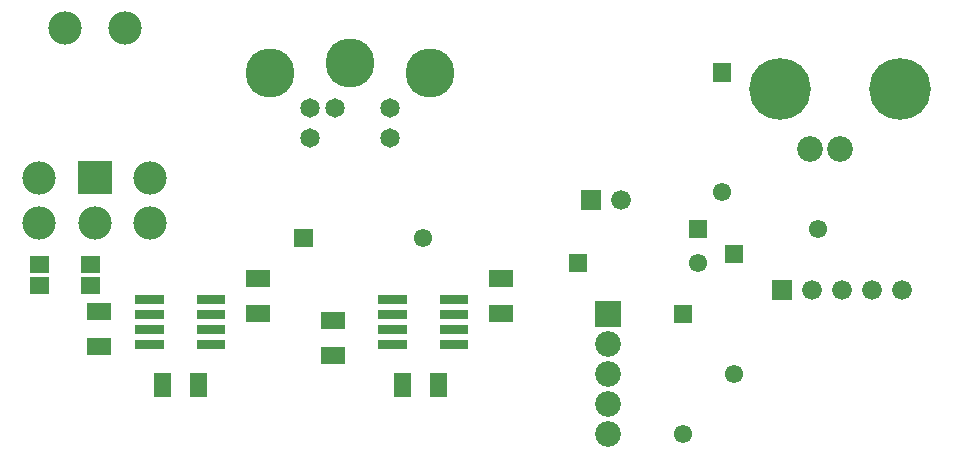
<source format=gbr>
G04 start of page 6 for group -4063 idx -4063 *
G04 Title: (unknown), componentmask *
G04 Creator: pcb 20140316 *
G04 CreationDate: Wed 09 Mar 2016 04:49:46 PM GMT UTC *
G04 For: fosse *
G04 Format: Gerber/RS-274X *
G04 PCB-Dimensions (mil): 3665.00 1935.00 *
G04 PCB-Coordinate-Origin: lower left *
%MOIN*%
%FSLAX25Y25*%
%LNTOPMASK*%
%ADD81R,0.0300X0.0300*%
%ADD80R,0.0572X0.0572*%
%ADD79C,0.0651*%
%ADD78C,0.1635*%
%ADD77C,0.1110*%
%ADD76C,0.0001*%
%ADD75C,0.0610*%
%ADD74C,0.0660*%
%ADD73C,0.0860*%
%ADD72C,0.2060*%
G54D72*X263500Y159000D03*
X303500D03*
G54D73*X273500Y139000D03*
X283500D03*
G54D74*X304000Y92000D03*
X294000D03*
X284000D03*
X274000D03*
G54D75*X276000Y112500D03*
G54D76*G36*
X260700Y95300D02*Y88700D01*
X267300D01*
Y95300D01*
X260700D01*
G37*
G36*
X244950Y107050D02*Y100950D01*
X251050D01*
Y107050D01*
X244950D01*
G37*
G54D77*X25000Y179500D03*
X45000D03*
G54D76*G36*
X29450Y135050D02*Y123950D01*
X40550D01*
Y135050D01*
X29450D01*
G37*
G54D77*X16500Y129500D03*
X53500D03*
Y114500D03*
X16500D03*
X35000D03*
G54D76*G36*
X101450Y112550D02*Y106450D01*
X107550D01*
Y112550D01*
X101450D01*
G37*
G54D75*X144500Y109500D03*
G54D78*X120000Y167583D03*
X93425Y164433D03*
G54D79*X106614Y142780D03*
X114882Y152622D03*
X106614D03*
G54D78*X146575Y164433D03*
G54D79*X133386Y152622D03*
Y142780D03*
G54D76*G36*
X192950Y104050D02*Y97950D01*
X199050D01*
Y104050D01*
X192950D01*
G37*
G36*
X201700Y88300D02*Y79700D01*
X210300D01*
Y88300D01*
X201700D01*
G37*
G54D73*X206000Y74000D03*
Y64000D03*
Y54000D03*
Y44000D03*
G54D75*X236000Y101000D03*
G54D76*G36*
X227950Y87050D02*Y80950D01*
X234050D01*
Y87050D01*
X227950D01*
G37*
G54D75*X231000Y44000D03*
X248000Y64000D03*
G54D76*G36*
X232950Y115550D02*Y109450D01*
X239050D01*
Y115550D01*
X232950D01*
G37*
G36*
X240950Y167645D02*Y161545D01*
X247050D01*
Y167645D01*
X240950D01*
G37*
G54D75*X244000Y124595D03*
G54D76*G36*
X197200Y125300D02*Y118700D01*
X203800D01*
Y125300D01*
X197200D01*
G37*
G54D74*X210500Y122000D03*
G54D80*X33107Y100543D02*X33893D01*
X33107Y93457D02*X33893D01*
X35319Y84905D02*X37681D01*
X35319Y73095D02*X37681D01*
X16107Y100543D02*X16893D01*
X16107Y93457D02*X16893D01*
G54D81*X50000Y89000D02*X56500D01*
X50000Y84000D02*X56500D01*
X50000Y79000D02*X56500D01*
X50000Y74000D02*X56500D01*
G54D80*X57595Y61681D02*Y59319D01*
G54D81*X70500Y74000D02*X77000D01*
X70500Y79000D02*X77000D01*
X70500Y84000D02*X77000D01*
G54D80*X69405Y61681D02*Y59319D01*
G54D81*X70500Y89000D02*X77000D01*
G54D80*X88319Y96000D02*X90681D01*
X88319Y84190D02*X90681D01*
G54D81*X151500Y74000D02*X158000D01*
X151500Y79000D02*X158000D01*
X151500Y84000D02*X158000D01*
G54D80*X149405Y61681D02*Y59319D01*
G54D81*X131000Y89000D02*X137500D01*
X131000Y84000D02*X137500D01*
X131000Y79000D02*X137500D01*
X131000Y74000D02*X137500D01*
G54D80*X137595Y61681D02*Y59319D01*
G54D81*X151500Y89000D02*X158000D01*
G54D80*X113319Y81905D02*X115681D01*
X113319Y70095D02*X115681D01*
X169319Y95905D02*X171681D01*
X169319Y84095D02*X171681D01*
M02*

</source>
